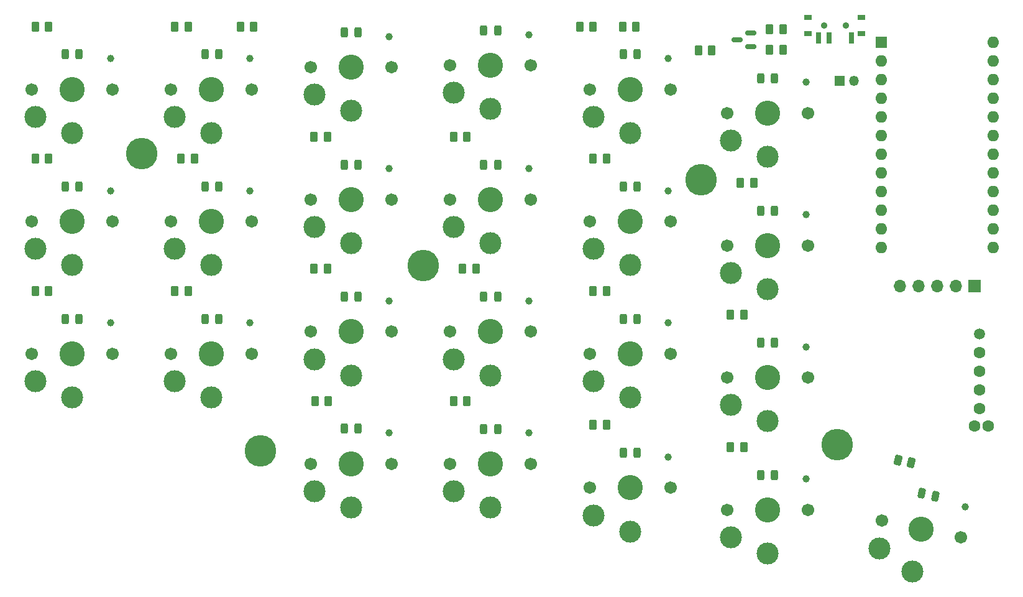
<source format=gts>
%TF.GenerationSoftware,KiCad,Pcbnew,7.0.5-0*%
%TF.CreationDate,2023-08-03T20:32:26+09:30*%
%TF.ProjectId,Rolio,436f726e-6552-46f6-9c69-6f2e6b696361,rev?*%
%TF.SameCoordinates,Original*%
%TF.FileFunction,Soldermask,Top*%
%TF.FilePolarity,Negative*%
%FSLAX46Y46*%
G04 Gerber Fmt 4.6, Leading zero omitted, Abs format (unit mm)*
G04 Created by KiCad (PCBNEW 7.0.5-0) date 2023-08-03 20:32:26*
%MOMM*%
%LPD*%
G01*
G04 APERTURE LIST*
G04 Aperture macros list*
%AMRoundRect*
0 Rectangle with rounded corners*
0 $1 Rounding radius*
0 $2 $3 $4 $5 $6 $7 $8 $9 X,Y pos of 4 corners*
0 Add a 4 corners polygon primitive as box body*
4,1,4,$2,$3,$4,$5,$6,$7,$8,$9,$2,$3,0*
0 Add four circle primitives for the rounded corners*
1,1,$1+$1,$2,$3*
1,1,$1+$1,$4,$5*
1,1,$1+$1,$6,$7*
1,1,$1+$1,$8,$9*
0 Add four rect primitives between the rounded corners*
20,1,$1+$1,$2,$3,$4,$5,0*
20,1,$1+$1,$4,$5,$6,$7,0*
20,1,$1+$1,$6,$7,$8,$9,0*
20,1,$1+$1,$8,$9,$2,$3,0*%
G04 Aperture macros list end*
%ADD10C,1.701800*%
%ADD11C,3.000000*%
%ADD12C,3.429000*%
%ADD13C,0.990600*%
%ADD14RoundRect,0.250000X-0.262500X-0.450000X0.262500X-0.450000X0.262500X0.450000X-0.262500X0.450000X0*%
%ADD15C,4.300000*%
%ADD16RoundRect,0.243750X-0.243750X-0.456250X0.243750X-0.456250X0.243750X0.456250X-0.243750X0.456250X0*%
%ADD17R,1.700000X1.700000*%
%ADD18O,1.700000X1.700000*%
%ADD19RoundRect,0.250000X0.262500X0.450000X-0.262500X0.450000X-0.262500X-0.450000X0.262500X-0.450000X0*%
%ADD20RoundRect,0.250000X-0.350324X-0.385590X0.163203X-0.494743X0.350324X0.385590X-0.163203X0.494743X0*%
%ADD21C,1.500000*%
%ADD22C,1.600000*%
%ADD23R,1.000000X0.800000*%
%ADD24C,0.900000*%
%ADD25R,0.700000X1.500000*%
%ADD26R,1.600000X1.600000*%
%ADD27O,1.600000X1.600000*%
%ADD28RoundRect,0.150000X0.587500X0.150000X-0.587500X0.150000X-0.587500X-0.150000X0.587500X-0.150000X0*%
%ADD29R,1.350000X1.350000*%
%ADD30O,1.350000X1.350000*%
%ADD31RoundRect,0.243750X-0.333283X-0.395601X0.143564X-0.496958X0.333283X0.395601X-0.143564X0.496958X0*%
G04 APERTURE END LIST*
D10*
%TO.C,SW_B0*%
X76238000Y-45720000D03*
D11*
X76738000Y-49470000D03*
D12*
X81738000Y-45720000D03*
D11*
X81738000Y-51670000D03*
D13*
X86958000Y-41520000D03*
D10*
X87238000Y-45720000D03*
%TD*%
D14*
%TO.C,R8*%
X57705500Y-37170000D03*
X59530500Y-37170000D03*
%TD*%
D10*
%TO.C,SW_B3*%
X114238000Y-96720000D03*
D11*
X114738000Y-100470000D03*
D12*
X119738000Y-96720000D03*
D11*
X119738000Y-102670000D03*
D13*
X124958000Y-92520000D03*
D10*
X125238000Y-96720000D03*
%TD*%
D15*
%TO.C,H3*%
X148456000Y-58032000D03*
%TD*%
D10*
%TO.C,SW_B4*%
X95238000Y-96720000D03*
D11*
X95738000Y-100470000D03*
D12*
X100738000Y-96720000D03*
D11*
X100738000Y-102670000D03*
D13*
X105958000Y-92520000D03*
D10*
X106238000Y-96720000D03*
%TD*%
%TO.C,SW_C1*%
X95238000Y-60720000D03*
D11*
X95738000Y-64470000D03*
D12*
X100738000Y-60720000D03*
D11*
X100738000Y-66670000D03*
D13*
X105958000Y-56520000D03*
D10*
X106238000Y-60720000D03*
%TD*%
D16*
%TO.C,LED3*%
X118820500Y-37715000D03*
X120695500Y-37715000D03*
%TD*%
D10*
%TO.C,SW_B1*%
X76238000Y-63720000D03*
D11*
X76738000Y-67470000D03*
D12*
X81738000Y-63720000D03*
D11*
X81738000Y-69670000D03*
D13*
X86958000Y-59520000D03*
D10*
X87238000Y-63720000D03*
%TD*%
D14*
%TO.C,R12*%
X95705500Y-52170000D03*
X97530500Y-52170000D03*
%TD*%
D16*
%TO.C,LED15*%
X118820500Y-73965000D03*
X120695500Y-73965000D03*
%TD*%
D14*
%TO.C,R10*%
X133705500Y-55170000D03*
X135530500Y-55170000D03*
%TD*%
D17*
%TO.C,Nice!View1*%
X185672400Y-72470000D03*
D18*
X183132400Y-72470000D03*
X180592400Y-72470000D03*
X178052400Y-72470000D03*
X175512400Y-72470000D03*
%TD*%
D15*
%TO.C,H4*%
X166998000Y-94100000D03*
%TD*%
D16*
%TO.C,LED4*%
X99820500Y-37965000D03*
X101695500Y-37965000D03*
%TD*%
%TO.C,LED1*%
X156553400Y-44215000D03*
X158428400Y-44215000D03*
%TD*%
D19*
%TO.C,R2*%
X159600500Y-37506000D03*
X157775500Y-37506000D03*
%TD*%
D20*
%TO.C,R21*%
X175264681Y-96179288D03*
X177049801Y-96558726D03*
%TD*%
D10*
%TO.C,SW_F0*%
X151970900Y-48970000D03*
D11*
X152470900Y-52720000D03*
D12*
X157470900Y-48970000D03*
D11*
X157470900Y-54920000D03*
D13*
X162690900Y-44770000D03*
D10*
X162970900Y-48970000D03*
%TD*%
D21*
%TO.C,RE_1*%
X186322400Y-79070000D03*
D22*
X186322400Y-89180000D03*
X186322400Y-86640000D03*
X186322400Y-84100000D03*
X186322400Y-81560000D03*
X187547400Y-91570000D03*
X185697400Y-91570000D03*
%TD*%
D15*
%TO.C,H1*%
X72256000Y-54476000D03*
%TD*%
D16*
%TO.C,LED13*%
X156553400Y-80215000D03*
X158428400Y-80215000D03*
%TD*%
D14*
%TO.C,R18*%
X95705500Y-70170000D03*
X97530500Y-70170000D03*
%TD*%
%TO.C,R19*%
X76705500Y-73170000D03*
X78530500Y-73170000D03*
%TD*%
%TO.C,R14*%
X57705500Y-55170000D03*
X59530500Y-55170000D03*
%TD*%
%TO.C,R24*%
X114705500Y-88170000D03*
X116530500Y-88170000D03*
%TD*%
D19*
%TO.C,R1*%
X159600500Y-40300000D03*
X157775500Y-40300000D03*
%TD*%
D16*
%TO.C,LED23*%
X99820500Y-91865000D03*
X101695500Y-91865000D03*
%TD*%
D10*
%TO.C,SW_A2*%
X57238000Y-81720000D03*
D11*
X57738000Y-85470000D03*
D12*
X62738000Y-81720000D03*
D11*
X62738000Y-87670000D03*
D13*
X67958000Y-77520000D03*
D10*
X68238000Y-81720000D03*
%TD*%
D16*
%TO.C,LED10*%
X99820500Y-55965000D03*
X101695500Y-55965000D03*
%TD*%
D23*
%TO.C,SW4*%
X170300000Y-38112000D03*
X170300000Y-35902000D03*
D24*
X168150000Y-37002000D03*
X165150000Y-37002000D03*
D23*
X163000000Y-38112000D03*
X163000000Y-35902000D03*
D25*
X168900000Y-38762000D03*
X165900000Y-38762000D03*
X164400000Y-38762000D03*
%TD*%
D14*
%TO.C,R20*%
X57705500Y-73170000D03*
X59530500Y-73170000D03*
%TD*%
D10*
%TO.C,SW_D1*%
X114238000Y-60720000D03*
D11*
X114738000Y-64470000D03*
D12*
X119738000Y-60720000D03*
D11*
X119738000Y-66670000D03*
D13*
X124958000Y-56520000D03*
D10*
X125238000Y-60720000D03*
%TD*%
D16*
%TO.C,LED17*%
X80820500Y-76965000D03*
X82695500Y-76965000D03*
%TD*%
D14*
%TO.C,R6*%
X85671000Y-37204000D03*
X87496000Y-37204000D03*
%TD*%
D16*
%TO.C,LED20*%
X156553400Y-98215000D03*
X158428400Y-98215000D03*
%TD*%
D19*
%TO.C,R4*%
X139566000Y-37170000D03*
X137741000Y-37170000D03*
%TD*%
D10*
%TO.C,SW_E2*%
X133238000Y-81720000D03*
D11*
X133738000Y-85470000D03*
D12*
X138738000Y-81720000D03*
D11*
X138738000Y-87670000D03*
D13*
X143958000Y-77520000D03*
D10*
X144238000Y-81720000D03*
%TD*%
D16*
%TO.C,LED18*%
X61820500Y-76965000D03*
X63695500Y-76965000D03*
%TD*%
D10*
%TO.C,SW_D2*%
X114238000Y-78720000D03*
D11*
X114738000Y-82470000D03*
D12*
X119738000Y-78720000D03*
D11*
X119738000Y-84670000D03*
D13*
X124958000Y-74520000D03*
D10*
X125238000Y-78720000D03*
%TD*%
%TO.C,SW_E0*%
X133238000Y-45720000D03*
D11*
X133738000Y-49470000D03*
D12*
X138738000Y-45720000D03*
D11*
X138738000Y-51670000D03*
D13*
X143958000Y-41520000D03*
D10*
X144238000Y-45720000D03*
%TD*%
D16*
%TO.C,LED8*%
X137820500Y-58965000D03*
X139695500Y-58965000D03*
%TD*%
%TO.C,LED5*%
X80820500Y-40965000D03*
X82695500Y-40965000D03*
%TD*%
D14*
%TO.C,R11*%
X114705500Y-52170000D03*
X116530500Y-52170000D03*
%TD*%
D26*
%TO.C,NICE_NANO1*%
X172972400Y-39360000D03*
D27*
X172972400Y-41900000D03*
X172972400Y-44440000D03*
X172972400Y-46980000D03*
X172972400Y-49520000D03*
X172972400Y-52060000D03*
X172972400Y-54600000D03*
X172972400Y-57140000D03*
X172972400Y-59680000D03*
X172972400Y-62220000D03*
X172972400Y-64760000D03*
X172972400Y-67300000D03*
X188212400Y-67300000D03*
X188212400Y-64760000D03*
X188212400Y-62220000D03*
X188212400Y-59680000D03*
X188212400Y-57140000D03*
X188212400Y-54600000D03*
X188212400Y-52060000D03*
X188212400Y-49520000D03*
X188212400Y-46980000D03*
X188212400Y-44440000D03*
X188212400Y-41900000D03*
X188212400Y-39360000D03*
%TD*%
D16*
%TO.C,LED21*%
X137820500Y-95215000D03*
X139695500Y-95215000D03*
%TD*%
D14*
%TO.C,R15*%
X152438400Y-76420000D03*
X154263400Y-76420000D03*
%TD*%
D15*
%TO.C,H5*%
X110610000Y-69716000D03*
%TD*%
D14*
%TO.C,R22*%
X152438400Y-94420000D03*
X154263400Y-94420000D03*
%TD*%
D10*
%TO.C,SW_A1*%
X57238000Y-63720000D03*
D11*
X57738000Y-67470000D03*
D12*
X62738000Y-63720000D03*
D11*
X62738000Y-69670000D03*
D13*
X67958000Y-59520000D03*
D10*
X68238000Y-63720000D03*
%TD*%
D14*
%TO.C,R7*%
X76705500Y-37170000D03*
X78530500Y-37170000D03*
%TD*%
D10*
%TO.C,SW_A0*%
X57238000Y-45720000D03*
D11*
X57738000Y-49470000D03*
D12*
X62738000Y-45720000D03*
D11*
X62738000Y-51670000D03*
D13*
X67958000Y-41520000D03*
D10*
X68238000Y-45720000D03*
%TD*%
D14*
%TO.C,R25*%
X95825500Y-88170000D03*
X97650500Y-88170000D03*
%TD*%
D16*
%TO.C,LED11*%
X80820500Y-58965000D03*
X82695500Y-58965000D03*
%TD*%
D10*
%TO.C,SW_F2*%
X151970900Y-84970000D03*
D11*
X152470900Y-88720000D03*
D12*
X157470900Y-84970000D03*
D11*
X157470900Y-90920000D03*
D13*
X162690900Y-80770000D03*
D10*
X162970900Y-84970000D03*
%TD*%
%TO.C,SW_D0*%
X114238000Y-42470000D03*
D11*
X114738000Y-46220000D03*
D12*
X119738000Y-42470000D03*
D11*
X119738000Y-48420000D03*
D13*
X124958000Y-38270000D03*
D10*
X125238000Y-42470000D03*
%TD*%
D28*
%TO.C,Q1*%
X155235500Y-39914000D03*
X155235500Y-38014000D03*
X153360500Y-38964000D03*
%TD*%
D14*
%TO.C,R23*%
X133705500Y-91420000D03*
X135530500Y-91420000D03*
%TD*%
D10*
%TO.C,SW_E3*%
X173029752Y-104445251D03*
D11*
X172739157Y-108217260D03*
D12*
X178409564Y-105588765D03*
D11*
X177172489Y-111408743D03*
D13*
X184388724Y-102565844D03*
D10*
X183789376Y-106732279D03*
%TD*%
D16*
%TO.C,LED7*%
X156553400Y-62260000D03*
X158428400Y-62260000D03*
%TD*%
D19*
%TO.C,R5*%
X133724000Y-37204000D03*
X131899000Y-37204000D03*
%TD*%
D10*
%TO.C,SW_F1*%
X151970900Y-67015000D03*
D11*
X152470900Y-70765000D03*
D12*
X157470900Y-67015000D03*
D11*
X157470900Y-72965000D03*
D13*
X162690900Y-62815000D03*
D10*
X162970900Y-67015000D03*
%TD*%
D14*
%TO.C,R17*%
X115927500Y-70104000D03*
X117752500Y-70104000D03*
%TD*%
D10*
%TO.C,SW_C2*%
X95238000Y-78720000D03*
D11*
X95738000Y-82470000D03*
D12*
X100738000Y-78720000D03*
D11*
X100738000Y-84670000D03*
D13*
X105958000Y-74520000D03*
D10*
X106238000Y-78720000D03*
%TD*%
D29*
%TO.C,BATT1*%
X167268000Y-44570000D03*
D30*
X169268000Y-44570000D03*
%TD*%
D16*
%TO.C,LED9*%
X118820500Y-55965000D03*
X120695500Y-55965000D03*
%TD*%
D14*
%TO.C,R16*%
X133705500Y-73170000D03*
X135530500Y-73170000D03*
%TD*%
D16*
%TO.C,LED14*%
X137820500Y-76965000D03*
X139695500Y-76965000D03*
%TD*%
D10*
%TO.C,SW_E1*%
X133238000Y-63720000D03*
D11*
X133738000Y-67470000D03*
D12*
X138738000Y-63720000D03*
D11*
X138738000Y-69670000D03*
D13*
X143958000Y-59520000D03*
D10*
X144238000Y-63720000D03*
%TD*%
D16*
%TO.C,LED2*%
X137820500Y-40965000D03*
X139695500Y-40965000D03*
%TD*%
D10*
%TO.C,SW_C0*%
X95238000Y-42720000D03*
D11*
X95738000Y-46470000D03*
D12*
X100738000Y-42720000D03*
D11*
X100738000Y-48670000D03*
D13*
X105958000Y-38520000D03*
D10*
X106238000Y-42720000D03*
%TD*%
D15*
%TO.C,H2*%
X88426400Y-94910000D03*
%TD*%
D16*
%TO.C,LED16*%
X99820500Y-73965000D03*
X101695500Y-73965000D03*
%TD*%
%TO.C,LED22*%
X118820500Y-91965000D03*
X120695500Y-91965000D03*
%TD*%
D14*
%TO.C,R9*%
X153773500Y-58465000D03*
X155598500Y-58465000D03*
%TD*%
D10*
%TO.C,SW_C3*%
X133238000Y-99970000D03*
D11*
X133738000Y-103720000D03*
D12*
X138738000Y-99970000D03*
D11*
X138738000Y-105920000D03*
D13*
X143958000Y-95770000D03*
D10*
X144238000Y-99970000D03*
%TD*%
D14*
%TO.C,R3*%
X148045000Y-40420000D03*
X149870000Y-40420000D03*
%TD*%
D10*
%TO.C,SW_B2*%
X76238000Y-81720000D03*
D11*
X76738000Y-85470000D03*
D12*
X81738000Y-81720000D03*
D11*
X81738000Y-87670000D03*
D13*
X86958000Y-77520000D03*
D10*
X87238000Y-81720000D03*
%TD*%
%TO.C,SW_D3*%
X151970900Y-102970000D03*
D11*
X152470900Y-106720000D03*
D12*
X157470900Y-102970000D03*
D11*
X157470900Y-108920000D03*
D13*
X162690900Y-98770000D03*
D10*
X162970900Y-102970000D03*
%TD*%
D16*
%TO.C,LED6*%
X61820500Y-40965000D03*
X63695500Y-40965000D03*
%TD*%
D14*
%TO.C,R13*%
X77573500Y-55170000D03*
X79398500Y-55170000D03*
%TD*%
D31*
%TO.C,LED19*%
X178467955Y-100739947D03*
X180301981Y-101129781D03*
%TD*%
D16*
%TO.C,LED12*%
X61820500Y-58965000D03*
X63695500Y-58965000D03*
%TD*%
M02*

</source>
